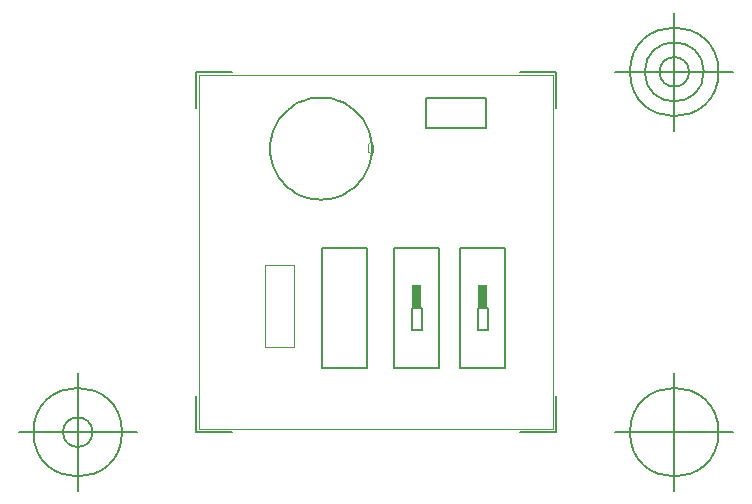
<source format=gbr>
G04 Generated by Ultiboard 14.3 *
%FSLAX34Y34*%
%MOMM*%

%ADD10C,0.0001*%
%ADD11C,0.1778*%
%ADD12C,0.0010*%
%ADD13C,0.2032*%
%ADD14C,0.1000*%
%ADD15C,0.1270*%


G04 ColorRGB 0000FF for the following layer *
%LN3D-Info Top*%
%LPD*%
G54D10*
G54D11*
X-120396Y224536D02*
X-120560Y220773D01*
X-121052Y217038D01*
X-121867Y213360D01*
X-123000Y209768D01*
X-124442Y206287D01*
X-126181Y202946D01*
X-128205Y199769D01*
X-130498Y196780D01*
X-133043Y194003D01*
X-135820Y191458D01*
X-138809Y189165D01*
X-141986Y187141D01*
X-145327Y185402D01*
X-148808Y183960D01*
X-152400Y182827D01*
X-156078Y182012D01*
X-159813Y181520D01*
X-163576Y181356D01*
X-167339Y181520D01*
X-171074Y182012D01*
X-174752Y182827D01*
X-178344Y183960D01*
X-181825Y185402D01*
X-185166Y187141D01*
X-188343Y189165D01*
X-191332Y191458D01*
X-194109Y194003D01*
X-196654Y196780D01*
X-198947Y199769D01*
X-200971Y202946D01*
X-202710Y206287D01*
X-204152Y209768D01*
X-205285Y213360D01*
X-206100Y217038D01*
X-206592Y220773D01*
X-206756Y224536D01*
X-206592Y228299D01*
X-206100Y232034D01*
X-205285Y235712D01*
X-204152Y239304D01*
X-202710Y242785D01*
X-200971Y246126D01*
X-198947Y249303D01*
X-196654Y252292D01*
X-194109Y255069D01*
X-191332Y257614D01*
X-188343Y259907D01*
X-185166Y261931D01*
X-181825Y263670D01*
X-178344Y265112D01*
X-174752Y266245D01*
X-171074Y267060D01*
X-167339Y267552D01*
X-163576Y267716D01*
X-159813Y267552D01*
X-156078Y267060D01*
X-152400Y266245D01*
X-148808Y265112D01*
X-145327Y263670D01*
X-141986Y261931D01*
X-138809Y259907D01*
X-135820Y257614D01*
X-133043Y255069D01*
X-130498Y252292D01*
X-128205Y249303D01*
X-126181Y246126D01*
X-124442Y242785D01*
X-123000Y239304D01*
X-121867Y235712D01*
X-121052Y232034D01*
X-120560Y228299D01*
X-120396Y224536D01*
X-124206Y140716D02*
X-124206Y39116D01*
X-162306Y39116D02*
X-162306Y140716D01*
X-124206Y140716D01*
X-162306Y39116D02*
X-124206Y39116D01*
X-45466Y39116D02*
X-7366Y39116D01*
X-7366Y140716D02*
X-45466Y140716D01*
X-7366Y39116D02*
X-7366Y140716D01*
X-22416Y89816D02*
X-30416Y89816D01*
X-30416Y70816D01*
X-22416Y70816D01*
X-22416Y89816D01*
G36*
X-22606Y90170D02*
X-22606Y109220D01*
X-30480Y109220D01*
X-30480Y90170D01*
X-22606Y90170D01*
G37*
X-45466Y140716D02*
X-45466Y39116D01*
X-101346Y39116D02*
X-63246Y39116D01*
X-63246Y140716D02*
X-101346Y140716D01*
X-63246Y39116D02*
X-63246Y140716D01*
X-78296Y89816D02*
X-86296Y89816D01*
X-86296Y70816D01*
X-78296Y70816D01*
X-78296Y89816D01*
G36*
X-78486Y90170D02*
X-78486Y109220D01*
X-86360Y109220D01*
X-86360Y90170D01*
X-78486Y90170D01*
G37*
X-101346Y140716D02*
X-101346Y39116D01*
G54D12*
X-119469Y227914D02*
X-119469Y221943D01*
G75*
D01*
G02X-121474Y219938I-2005J0*
G01*
G75*
D01*
G02X-123479Y221943I0J2005*
G01*
X-123479Y227914D01*
G75*
D01*
G02X-121474Y229920I2005J0*
G01*
G74*
D01*
G02X-119469Y227914I0J2006*
G01*
X33020Y-12980D02*
X-266980Y-12980D01*
X-266980Y287020D01*
X33020Y287020D01*
X33020Y-12980D01*
G54D13*
X-23879Y267668D02*
X-74673Y267668D01*
X-74673Y242324D01*
X-23879Y242324D01*
X-23879Y267668D01*
G54D14*
X-186636Y56416D02*
X-211136Y56416D01*
X-211136Y126416D01*
X-186636Y126416D01*
X-186636Y56416D01*
G54D15*
X35560Y-15520D02*
X35560Y14988D01*
X35560Y-15520D02*
X5052Y-15520D01*
X-269520Y-15520D02*
X-239012Y-15520D01*
X-269520Y-15520D02*
X-269520Y14988D01*
X-269520Y289560D02*
X-269520Y259052D01*
X-269520Y289560D02*
X-239012Y289560D01*
X35560Y289560D02*
X5052Y289560D01*
X35560Y289560D02*
X35560Y259052D01*
X85560Y-15520D02*
X185560Y-15520D01*
X135560Y-65520D02*
X135560Y34480D01*
X173060Y-15520D02*
G75*
D01*
G02X173060Y-15520I-37500J0*
G01*
X-319520Y-15520D02*
X-419520Y-15520D01*
X-369520Y-65520D02*
X-369520Y34480D01*
X-332020Y-15520D02*
G75*
D01*
G02X-332020Y-15520I-37500J0*
G01*
X-357020Y-15520D02*
G75*
D01*
G02X-357020Y-15520I-12500J0*
G01*
X85560Y289560D02*
X185560Y289560D01*
X135560Y239560D02*
X135560Y339560D01*
X173060Y289560D02*
G75*
D01*
G02X173060Y289560I-37500J0*
G01*
X160560Y289560D02*
G75*
D01*
G02X160560Y289560I-25000J0*
G01*
X148060Y289560D02*
G75*
D01*
G02X148060Y289560I-12500J0*
G01*
X35560Y-15520D02*
X35560Y14988D01*
X35560Y-15520D02*
X5052Y-15520D01*
X-269520Y-15520D02*
X-239012Y-15520D01*
X-269520Y-15520D02*
X-269520Y14988D01*
X-269520Y289560D02*
X-269520Y259052D01*
X-269520Y289560D02*
X-239012Y289560D01*
X35560Y289560D02*
X5052Y289560D01*
X35560Y289560D02*
X35560Y259052D01*
X85560Y-15520D02*
X185560Y-15520D01*
X135560Y-65520D02*
X135560Y34480D01*
X173060Y-15520D02*
G75*
D01*
G02X173060Y-15520I-37500J0*
G01*
X-319520Y-15520D02*
X-419520Y-15520D01*
X-369520Y-65520D02*
X-369520Y34480D01*
X-332020Y-15520D02*
G75*
D01*
G02X-332020Y-15520I-37500J0*
G01*
X-357020Y-15520D02*
G75*
D01*
G02X-357020Y-15520I-12500J0*
G01*
X85560Y289560D02*
X185560Y289560D01*
X135560Y239560D02*
X135560Y339560D01*
X173060Y289560D02*
G75*
D01*
G02X173060Y289560I-37500J0*
G01*
X160560Y289560D02*
G75*
D01*
G02X160560Y289560I-25000J0*
G01*
X148060Y289560D02*
G75*
D01*
G02X148060Y289560I-12500J0*
G01*

M02*

</source>
